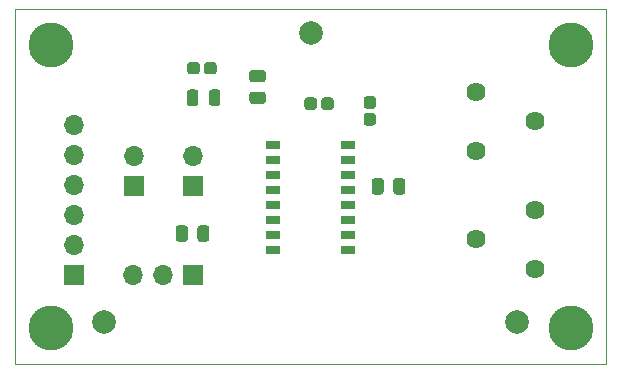
<source format=gbr>
%TF.GenerationSoftware,KiCad,Pcbnew,5.1.10-88a1d61d58~90~ubuntu20.04.1*%
%TF.CreationDate,2021-10-12T23:28:01-03:00*%
%TF.ProjectId,SG3525_Rev01,53473335-3235-45f5-9265-7630312e6b69,0.0.0.1*%
%TF.SameCoordinates,Original*%
%TF.FileFunction,Soldermask,Top*%
%TF.FilePolarity,Negative*%
%FSLAX46Y46*%
G04 Gerber Fmt 4.6, Leading zero omitted, Abs format (unit mm)*
G04 Created by KiCad (PCBNEW 5.1.10-88a1d61d58~90~ubuntu20.04.1) date 2021-10-12 23:28:01*
%MOMM*%
%LPD*%
G01*
G04 APERTURE LIST*
%TA.AperFunction,Profile*%
%ADD10C,0.100000*%
%TD*%
%ADD11C,2.000000*%
%ADD12C,3.800000*%
%ADD13R,1.700000X1.700000*%
%ADD14O,1.700000X1.700000*%
%ADD15C,1.620000*%
%ADD16R,1.300000X0.800000*%
G04 APERTURE END LIST*
D10*
X173000000Y-82000000D02*
X173000000Y-112000000D01*
X123000000Y-82000000D02*
X173000000Y-82000000D01*
X123000000Y-112000000D02*
X123000000Y-82000000D01*
X173000000Y-112000000D02*
X123000000Y-112000000D01*
%TO.C,C1*%
G36*
G01*
X140037500Y-86724900D02*
X140037500Y-87275100D01*
G75*
G02*
X139787600Y-87525000I-249900J0D01*
G01*
X139212400Y-87525000D01*
G75*
G02*
X138962500Y-87275100I0J249900D01*
G01*
X138962500Y-86724900D01*
G75*
G02*
X139212400Y-86475000I249900J0D01*
G01*
X139787600Y-86475000D01*
G75*
G02*
X140037500Y-86724900I0J-249900D01*
G01*
G37*
G36*
G01*
X138612500Y-86724900D02*
X138612500Y-87275100D01*
G75*
G02*
X138362600Y-87525000I-249900J0D01*
G01*
X137787400Y-87525000D01*
G75*
G02*
X137537500Y-87275100I0J249900D01*
G01*
X137537500Y-86724900D01*
G75*
G02*
X137787400Y-86475000I249900J0D01*
G01*
X138362600Y-86475000D01*
G75*
G02*
X138612500Y-86724900I0J-249900D01*
G01*
G37*
%TD*%
%TO.C,C2*%
G36*
G01*
X148537500Y-89724999D02*
X148537500Y-90275001D01*
G75*
G02*
X148287501Y-90525000I-249999J0D01*
G01*
X147712499Y-90525000D01*
G75*
G02*
X147462500Y-90275001I0J249999D01*
G01*
X147462500Y-89724999D01*
G75*
G02*
X147712499Y-89475000I249999J0D01*
G01*
X148287501Y-89475000D01*
G75*
G02*
X148537500Y-89724999I0J-249999D01*
G01*
G37*
G36*
G01*
X149962500Y-89724999D02*
X149962500Y-90275001D01*
G75*
G02*
X149712501Y-90525000I-249999J0D01*
G01*
X149137499Y-90525000D01*
G75*
G02*
X148887500Y-90275001I0J249999D01*
G01*
X148887500Y-89724999D01*
G75*
G02*
X149137499Y-89475000I249999J0D01*
G01*
X149712501Y-89475000D01*
G75*
G02*
X149962500Y-89724999I0J-249999D01*
G01*
G37*
%TD*%
%TO.C,C3*%
G36*
G01*
X153275001Y-91862500D02*
X152724999Y-91862500D01*
G75*
G02*
X152475000Y-91612501I0J249999D01*
G01*
X152475000Y-91037499D01*
G75*
G02*
X152724999Y-90787500I249999J0D01*
G01*
X153275001Y-90787500D01*
G75*
G02*
X153525000Y-91037499I0J-249999D01*
G01*
X153525000Y-91612501D01*
G75*
G02*
X153275001Y-91862500I-249999J0D01*
G01*
G37*
G36*
G01*
X153275001Y-90437500D02*
X152724999Y-90437500D01*
G75*
G02*
X152475000Y-90187501I0J249999D01*
G01*
X152475000Y-89612499D01*
G75*
G02*
X152724999Y-89362500I249999J0D01*
G01*
X153275001Y-89362500D01*
G75*
G02*
X153525000Y-89612499I0J-249999D01*
G01*
X153525000Y-90187501D01*
G75*
G02*
X153275001Y-90437500I-249999J0D01*
G01*
G37*
%TD*%
%TO.C,D1*%
G36*
G01*
X137512500Y-89956250D02*
X137512500Y-89043750D01*
G75*
G02*
X137756250Y-88800000I243750J0D01*
G01*
X138243750Y-88800000D01*
G75*
G02*
X138487500Y-89043750I0J-243750D01*
G01*
X138487500Y-89956250D01*
G75*
G02*
X138243750Y-90200000I-243750J0D01*
G01*
X137756250Y-90200000D01*
G75*
G02*
X137512500Y-89956250I0J243750D01*
G01*
G37*
G36*
G01*
X139387500Y-89956250D02*
X139387500Y-89043750D01*
G75*
G02*
X139631250Y-88800000I243750J0D01*
G01*
X140118750Y-88800000D01*
G75*
G02*
X140362500Y-89043750I0J-243750D01*
G01*
X140362500Y-89956250D01*
G75*
G02*
X140118750Y-90200000I-243750J0D01*
G01*
X139631250Y-90200000D01*
G75*
G02*
X139387500Y-89956250I0J243750D01*
G01*
G37*
%TD*%
D11*
%TO.C,FID1*%
X148000000Y-84000000D03*
%TD*%
%TO.C,FID2*%
X130500000Y-108500000D03*
%TD*%
%TO.C,FID3*%
X165500000Y-108500000D03*
%TD*%
D12*
%TO.C,H1*%
X126000000Y-109000000D03*
%TD*%
%TO.C,H2*%
X170000000Y-109000000D03*
%TD*%
%TO.C,H3*%
X170000000Y-85000000D03*
%TD*%
%TO.C,H4*%
X126000000Y-85000000D03*
%TD*%
D13*
%TO.C,J1*%
X128000000Y-104500000D03*
D14*
X128000000Y-101960000D03*
X128000000Y-99420000D03*
X128000000Y-96880000D03*
X128000000Y-94340000D03*
X128000000Y-91800000D03*
%TD*%
%TO.C,JP1*%
X133000000Y-94460000D03*
D13*
X133000000Y-97000000D03*
%TD*%
%TO.C,JP2*%
X138000000Y-104500000D03*
D14*
X135460000Y-104500000D03*
X132920000Y-104500000D03*
%TD*%
D13*
%TO.C,JP3*%
X138000000Y-97000000D03*
D14*
X138000000Y-94460000D03*
%TD*%
%TO.C,R1*%
G36*
G01*
X143049999Y-87162500D02*
X143950001Y-87162500D01*
G75*
G02*
X144200000Y-87412499I0J-249999D01*
G01*
X144200000Y-87937501D01*
G75*
G02*
X143950001Y-88187500I-249999J0D01*
G01*
X143049999Y-88187500D01*
G75*
G02*
X142800000Y-87937501I0J249999D01*
G01*
X142800000Y-87412499D01*
G75*
G02*
X143049999Y-87162500I249999J0D01*
G01*
G37*
G36*
G01*
X143049999Y-88987500D02*
X143950001Y-88987500D01*
G75*
G02*
X144200000Y-89237499I0J-249999D01*
G01*
X144200000Y-89762501D01*
G75*
G02*
X143950001Y-90012500I-249999J0D01*
G01*
X143049999Y-90012500D01*
G75*
G02*
X142800000Y-89762501I0J249999D01*
G01*
X142800000Y-89237499D01*
G75*
G02*
X143049999Y-88987500I249999J0D01*
G01*
G37*
%TD*%
%TO.C,R2*%
G36*
G01*
X153162500Y-97450001D02*
X153162500Y-96549999D01*
G75*
G02*
X153412499Y-96300000I249999J0D01*
G01*
X153937501Y-96300000D01*
G75*
G02*
X154187500Y-96549999I0J-249999D01*
G01*
X154187500Y-97450001D01*
G75*
G02*
X153937501Y-97700000I-249999J0D01*
G01*
X153412499Y-97700000D01*
G75*
G02*
X153162500Y-97450001I0J249999D01*
G01*
G37*
G36*
G01*
X154987500Y-97450001D02*
X154987500Y-96549999D01*
G75*
G02*
X155237499Y-96300000I249999J0D01*
G01*
X155762501Y-96300000D01*
G75*
G02*
X156012500Y-96549999I0J-249999D01*
G01*
X156012500Y-97450001D01*
G75*
G02*
X155762501Y-97700000I-249999J0D01*
G01*
X155237499Y-97700000D01*
G75*
G02*
X154987500Y-97450001I0J249999D01*
G01*
G37*
%TD*%
%TO.C,R3*%
G36*
G01*
X137600000Y-100549999D02*
X137600000Y-101450001D01*
G75*
G02*
X137350001Y-101700000I-249999J0D01*
G01*
X136824999Y-101700000D01*
G75*
G02*
X136575000Y-101450001I0J249999D01*
G01*
X136575000Y-100549999D01*
G75*
G02*
X136824999Y-100300000I249999J0D01*
G01*
X137350001Y-100300000D01*
G75*
G02*
X137600000Y-100549999I0J-249999D01*
G01*
G37*
G36*
G01*
X139425000Y-100549999D02*
X139425000Y-101450001D01*
G75*
G02*
X139175001Y-101700000I-249999J0D01*
G01*
X138649999Y-101700000D01*
G75*
G02*
X138400000Y-101450001I0J249999D01*
G01*
X138400000Y-100549999D01*
G75*
G02*
X138649999Y-100300000I249999J0D01*
G01*
X139175001Y-100300000D01*
G75*
G02*
X139425000Y-100549999I0J-249999D01*
G01*
G37*
%TD*%
D15*
%TO.C,RV1*%
X167000000Y-99000000D03*
X162000000Y-101500000D03*
X167000000Y-104000000D03*
%TD*%
%TO.C,RV2*%
X162000000Y-89000000D03*
X167000000Y-91500000D03*
X162000000Y-94000000D03*
%TD*%
D16*
%TO.C,U1*%
X144850000Y-102390000D03*
X144850000Y-101110000D03*
X144850000Y-99850000D03*
X144850000Y-98580000D03*
X144850000Y-97300000D03*
X144850000Y-96030000D03*
X144850000Y-94770000D03*
X144850000Y-93490000D03*
X151150000Y-93490000D03*
X151150000Y-94770000D03*
X151150000Y-96030000D03*
X151150000Y-97300000D03*
X151150000Y-98580000D03*
X151150000Y-99850000D03*
X151150000Y-101110000D03*
X151150000Y-102390000D03*
%TD*%
M02*

</source>
